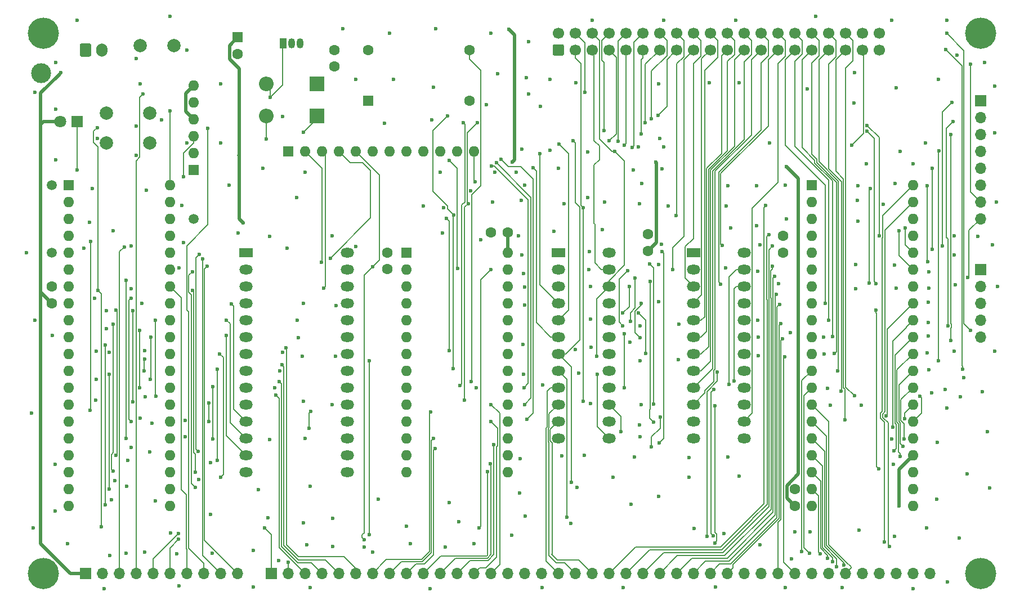
<source format=gbl>
G04 #@! TF.GenerationSoftware,KiCad,Pcbnew,(5.1.10-1-10_14)*
G04 #@! TF.CreationDate,2021-11-19T10:15:32+01:00*
G04 #@! TF.ProjectId,mainboard_v3,6d61696e-626f-4617-9264-5f76332e6b69,rev?*
G04 #@! TF.SameCoordinates,Original*
G04 #@! TF.FileFunction,Copper,L4,Bot*
G04 #@! TF.FilePolarity,Positive*
%FSLAX46Y46*%
G04 Gerber Fmt 4.6, Leading zero omitted, Abs format (unit mm)*
G04 Created by KiCad (PCBNEW (5.1.10-1-10_14)) date 2021-11-19 10:15:32*
%MOMM*%
%LPD*%
G01*
G04 APERTURE LIST*
G04 #@! TA.AperFunction,ComponentPad*
%ADD10O,2.200000X2.200000*%
G04 #@! TD*
G04 #@! TA.AperFunction,ComponentPad*
%ADD11R,2.200000X2.200000*%
G04 #@! TD*
G04 #@! TA.AperFunction,ComponentPad*
%ADD12O,1.700000X1.700000*%
G04 #@! TD*
G04 #@! TA.AperFunction,ComponentPad*
%ADD13R,1.700000X1.700000*%
G04 #@! TD*
G04 #@! TA.AperFunction,ComponentPad*
%ADD14O,1.600000X1.600000*%
G04 #@! TD*
G04 #@! TA.AperFunction,ComponentPad*
%ADD15R,1.600000X1.600000*%
G04 #@! TD*
G04 #@! TA.AperFunction,ComponentPad*
%ADD16O,2.000000X1.440000*%
G04 #@! TD*
G04 #@! TA.AperFunction,ComponentPad*
%ADD17R,2.000000X1.440000*%
G04 #@! TD*
G04 #@! TA.AperFunction,ComponentPad*
%ADD18C,1.500000*%
G04 #@! TD*
G04 #@! TA.AperFunction,ComponentPad*
%ADD19C,1.600000*%
G04 #@! TD*
G04 #@! TA.AperFunction,ComponentPad*
%ADD20C,1.800000*%
G04 #@! TD*
G04 #@! TA.AperFunction,ComponentPad*
%ADD21R,1.800000X1.800000*%
G04 #@! TD*
G04 #@! TA.AperFunction,ComponentPad*
%ADD22O,1.700000X2.000000*%
G04 #@! TD*
G04 #@! TA.AperFunction,ComponentPad*
%ADD23C,2.000000*%
G04 #@! TD*
G04 #@! TA.AperFunction,ComponentPad*
%ADD24C,1.700000*%
G04 #@! TD*
G04 #@! TA.AperFunction,ComponentPad*
%ADD25R,1.050000X1.500000*%
G04 #@! TD*
G04 #@! TA.AperFunction,ComponentPad*
%ADD26O,1.050000X1.500000*%
G04 #@! TD*
G04 #@! TA.AperFunction,ComponentPad*
%ADD27C,3.000000*%
G04 #@! TD*
G04 #@! TA.AperFunction,ComponentPad*
%ADD28C,4.700000*%
G04 #@! TD*
G04 #@! TA.AperFunction,ViaPad*
%ADD29C,0.600000*%
G04 #@! TD*
G04 #@! TA.AperFunction,Conductor*
%ADD30C,0.500000*%
G04 #@! TD*
G04 #@! TA.AperFunction,Conductor*
%ADD31C,0.150000*%
G04 #@! TD*
G04 APERTURE END LIST*
D10*
X75438000Y-73660000D03*
D11*
X83058000Y-73660000D03*
D10*
X75438000Y-78486000D03*
D11*
X83058000Y-78486000D03*
D12*
X182880000Y-111760000D03*
X182880000Y-109220000D03*
X182880000Y-106680000D03*
X182880000Y-104140000D03*
D13*
X182880000Y-101600000D03*
D14*
X106680000Y-83820000D03*
X104140000Y-83820000D03*
X101600000Y-83820000D03*
X99060000Y-83820000D03*
X96520000Y-83820000D03*
X93980000Y-83820000D03*
X91440000Y-83820000D03*
X88900000Y-83820000D03*
X86360000Y-83820000D03*
X83820000Y-83820000D03*
X81280000Y-83820000D03*
D15*
X78740000Y-83820000D03*
D14*
X64516000Y-73914000D03*
X64516000Y-76454000D03*
X64516000Y-78994000D03*
X64516000Y-81534000D03*
X64516000Y-84074000D03*
D15*
X64516000Y-86614000D03*
D16*
X127000000Y-127000000D03*
X119380000Y-127000000D03*
X127000000Y-124460000D03*
X119380000Y-124460000D03*
X127000000Y-121920000D03*
X119380000Y-121920000D03*
X127000000Y-119380000D03*
X119380000Y-119380000D03*
X127000000Y-116840000D03*
X119380000Y-116840000D03*
X127000000Y-114300000D03*
X119380000Y-114300000D03*
X127000000Y-111760000D03*
X119380000Y-111760000D03*
X127000000Y-109220000D03*
X119380000Y-109220000D03*
X127000000Y-106680000D03*
X119380000Y-106680000D03*
X127000000Y-104140000D03*
X119380000Y-104140000D03*
X127000000Y-101600000D03*
X119380000Y-101600000D03*
X127000000Y-99060000D03*
D17*
X119380000Y-99060000D03*
D18*
X64516000Y-93980000D03*
X43180000Y-88900000D03*
X43180000Y-99060000D03*
D14*
X111760000Y-99060000D03*
X96520000Y-132080000D03*
X111760000Y-101600000D03*
X96520000Y-129540000D03*
X111760000Y-104140000D03*
X96520000Y-127000000D03*
X111760000Y-106680000D03*
X96520000Y-124460000D03*
X111760000Y-109220000D03*
X96520000Y-121920000D03*
X111760000Y-111760000D03*
X96520000Y-119380000D03*
X111760000Y-114300000D03*
X96520000Y-116840000D03*
X111760000Y-116840000D03*
X96520000Y-114300000D03*
X111760000Y-119380000D03*
X96520000Y-111760000D03*
X111760000Y-121920000D03*
X96520000Y-109220000D03*
X111760000Y-124460000D03*
X96520000Y-106680000D03*
X111760000Y-127000000D03*
X96520000Y-104140000D03*
X111760000Y-129540000D03*
X96520000Y-101600000D03*
X111760000Y-132080000D03*
D15*
X96520000Y-99060000D03*
D19*
X71120000Y-69175000D03*
D15*
X71120000Y-66675000D03*
D20*
X44450000Y-79375000D03*
D21*
X46990000Y-79375000D03*
D22*
X50760000Y-68580000D03*
G04 #@! TA.AperFunction,ComponentPad*
G36*
G01*
X47410000Y-69330000D02*
X47410000Y-67830000D01*
G75*
G02*
X47660000Y-67580000I250000J0D01*
G01*
X48860000Y-67580000D01*
G75*
G02*
X49110000Y-67830000I0J-250000D01*
G01*
X49110000Y-69330000D01*
G75*
G02*
X48860000Y-69580000I-250000J0D01*
G01*
X47660000Y-69580000D01*
G75*
G02*
X47410000Y-69330000I0J250000D01*
G01*
G37*
G04 #@! TD.AperFunction*
D23*
X56515000Y-67945000D03*
X61595000Y-67945000D03*
D24*
X167640000Y-66040000D03*
X165100000Y-66040000D03*
X162560000Y-66040000D03*
X160020000Y-66040000D03*
X157480000Y-66040000D03*
X154940000Y-66040000D03*
X152400000Y-66040000D03*
X149860000Y-66040000D03*
X147320000Y-66040000D03*
X144780000Y-66040000D03*
X142240000Y-66040000D03*
X139700000Y-66040000D03*
X137160000Y-66040000D03*
X134620000Y-66040000D03*
X132080000Y-66040000D03*
X129540000Y-66040000D03*
X127000000Y-66040000D03*
X124460000Y-66040000D03*
X121920000Y-66040000D03*
X119380000Y-66040000D03*
X167640000Y-68580000D03*
X165100000Y-68580000D03*
X162560000Y-68580000D03*
X160020000Y-68580000D03*
X157480000Y-68580000D03*
X154940000Y-68580000D03*
X152400000Y-68580000D03*
X149860000Y-68580000D03*
X147320000Y-68580000D03*
X144780000Y-68580000D03*
X142240000Y-68580000D03*
X139700000Y-68580000D03*
X137160000Y-68580000D03*
X134620000Y-68580000D03*
X132080000Y-68580000D03*
X129540000Y-68580000D03*
X127000000Y-68580000D03*
X124460000Y-68580000D03*
X121920000Y-68580000D03*
G04 #@! TA.AperFunction,ComponentPad*
G36*
G01*
X119980000Y-69430000D02*
X118780000Y-69430000D01*
G75*
G02*
X118530000Y-69180000I0J250000D01*
G01*
X118530000Y-67980000D01*
G75*
G02*
X118780000Y-67730000I250000J0D01*
G01*
X119980000Y-67730000D01*
G75*
G02*
X120230000Y-67980000I0J-250000D01*
G01*
X120230000Y-69180000D01*
G75*
G02*
X119980000Y-69430000I-250000J0D01*
G01*
G37*
G04 #@! TD.AperFunction*
D14*
X60960000Y-88900000D03*
X45720000Y-137160000D03*
X60960000Y-91440000D03*
X45720000Y-134620000D03*
X60960000Y-93980000D03*
X45720000Y-132080000D03*
X60960000Y-96520000D03*
X45720000Y-129540000D03*
X60960000Y-99060000D03*
X45720000Y-127000000D03*
X60960000Y-101600000D03*
X45720000Y-124460000D03*
X60960000Y-104140000D03*
X45720000Y-121920000D03*
X60960000Y-106680000D03*
X45720000Y-119380000D03*
X60960000Y-109220000D03*
X45720000Y-116840000D03*
X60960000Y-111760000D03*
X45720000Y-114300000D03*
X60960000Y-114300000D03*
X45720000Y-111760000D03*
X60960000Y-116840000D03*
X45720000Y-109220000D03*
X60960000Y-119380000D03*
X45720000Y-106680000D03*
X60960000Y-121920000D03*
X45720000Y-104140000D03*
X60960000Y-124460000D03*
X45720000Y-101600000D03*
X60960000Y-127000000D03*
X45720000Y-99060000D03*
X60960000Y-129540000D03*
X45720000Y-96520000D03*
X60960000Y-132080000D03*
X45720000Y-93980000D03*
X60960000Y-134620000D03*
X45720000Y-91440000D03*
X60960000Y-137160000D03*
D15*
X45720000Y-88900000D03*
D23*
X57935000Y-78105000D03*
X57935000Y-82605000D03*
X51435000Y-78105000D03*
X51435000Y-82605000D03*
D16*
X87630000Y-132080000D03*
X72390000Y-132080000D03*
X87630000Y-129540000D03*
X72390000Y-129540000D03*
X87630000Y-127000000D03*
X72390000Y-127000000D03*
X87630000Y-124460000D03*
X72390000Y-124460000D03*
X87630000Y-121920000D03*
X72390000Y-121920000D03*
X87630000Y-119380000D03*
X72390000Y-119380000D03*
X87630000Y-116840000D03*
X72390000Y-116840000D03*
X87630000Y-114300000D03*
X72390000Y-114300000D03*
X87630000Y-111760000D03*
X72390000Y-111760000D03*
X87630000Y-109220000D03*
X72390000Y-109220000D03*
X87630000Y-106680000D03*
X72390000Y-106680000D03*
X87630000Y-104140000D03*
X72390000Y-104140000D03*
X87630000Y-101600000D03*
X72390000Y-101600000D03*
X87630000Y-99060000D03*
D17*
X72390000Y-99060000D03*
D19*
X43180000Y-104180000D03*
X43180000Y-106680000D03*
X106045000Y-76200000D03*
X106045000Y-68580000D03*
X90805000Y-68580000D03*
D15*
X90805000Y-76200000D03*
D14*
X172720000Y-88900000D03*
X157480000Y-137160000D03*
X172720000Y-91440000D03*
X157480000Y-134620000D03*
X172720000Y-93980000D03*
X157480000Y-132080000D03*
X172720000Y-96520000D03*
X157480000Y-129540000D03*
X172720000Y-99060000D03*
X157480000Y-127000000D03*
X172720000Y-101600000D03*
X157480000Y-124460000D03*
X172720000Y-104140000D03*
X157480000Y-121920000D03*
X172720000Y-106680000D03*
X157480000Y-119380000D03*
X172720000Y-109220000D03*
X157480000Y-116840000D03*
X172720000Y-111760000D03*
X157480000Y-114300000D03*
X172720000Y-114300000D03*
X157480000Y-111760000D03*
X172720000Y-116840000D03*
X157480000Y-109220000D03*
X172720000Y-119380000D03*
X157480000Y-106680000D03*
X172720000Y-121920000D03*
X157480000Y-104140000D03*
X172720000Y-124460000D03*
X157480000Y-101600000D03*
X172720000Y-127000000D03*
X157480000Y-99060000D03*
X172720000Y-129540000D03*
X157480000Y-96520000D03*
X172720000Y-132080000D03*
X157480000Y-93980000D03*
X172720000Y-134620000D03*
X157480000Y-91440000D03*
X172720000Y-137160000D03*
D15*
X157480000Y-88900000D03*
D16*
X147320000Y-127000000D03*
X139700000Y-127000000D03*
X147320000Y-124460000D03*
X139700000Y-124460000D03*
X147320000Y-121920000D03*
X139700000Y-121920000D03*
X147320000Y-119380000D03*
X139700000Y-119380000D03*
X147320000Y-116840000D03*
X139700000Y-116840000D03*
X147320000Y-114300000D03*
X139700000Y-114300000D03*
X147320000Y-111760000D03*
X139700000Y-111760000D03*
X147320000Y-109220000D03*
X139700000Y-109220000D03*
X147320000Y-106680000D03*
X139700000Y-106680000D03*
X147320000Y-104140000D03*
X139700000Y-104140000D03*
X147320000Y-101600000D03*
X139700000Y-101600000D03*
X147320000Y-99060000D03*
D17*
X139700000Y-99060000D03*
D25*
X77978000Y-67564000D03*
D26*
X80518000Y-67564000D03*
X79248000Y-67564000D03*
D27*
X41579800Y-72059800D03*
D12*
X175260000Y-147320000D03*
X172720000Y-147320000D03*
X170180000Y-147320000D03*
X167640000Y-147320000D03*
X165100000Y-147320000D03*
X162560000Y-147320000D03*
X160020000Y-147320000D03*
X157480000Y-147320000D03*
X154940000Y-147320000D03*
X152400000Y-147320000D03*
X149860000Y-147320000D03*
X147320000Y-147320000D03*
X144780000Y-147320000D03*
X142240000Y-147320000D03*
X139700000Y-147320000D03*
X137160000Y-147320000D03*
X134620000Y-147320000D03*
X132080000Y-147320000D03*
X129540000Y-147320000D03*
X127000000Y-147320000D03*
X124460000Y-147320000D03*
X121920000Y-147320000D03*
X119380000Y-147320000D03*
X116840000Y-147320000D03*
X114300000Y-147320000D03*
X111760000Y-147320000D03*
X109220000Y-147320000D03*
X106680000Y-147320000D03*
X104140000Y-147320000D03*
X101600000Y-147320000D03*
X99060000Y-147320000D03*
X96520000Y-147320000D03*
X93980000Y-147320000D03*
X91440000Y-147320000D03*
X88900000Y-147320000D03*
X86360000Y-147320000D03*
X83820000Y-147320000D03*
X81280000Y-147320000D03*
X78740000Y-147320000D03*
D13*
X76200000Y-147320000D03*
D12*
X71120000Y-147320000D03*
X68580000Y-147320000D03*
X66040000Y-147320000D03*
X63500000Y-147320000D03*
X60960000Y-147320000D03*
X58420000Y-147320000D03*
X55880000Y-147320000D03*
X53340000Y-147320000D03*
X50800000Y-147320000D03*
D13*
X48260000Y-147320000D03*
D12*
X182880000Y-93980000D03*
X182880000Y-91440000D03*
X182880000Y-88900000D03*
X182880000Y-86360000D03*
X182880000Y-83820000D03*
X182880000Y-81280000D03*
X182880000Y-78740000D03*
D13*
X182880000Y-76200000D03*
D28*
X182880000Y-147320000D03*
X41910000Y-147320000D03*
X182880000Y-66040000D03*
X41910000Y-66040000D03*
D19*
X154940000Y-134660000D03*
X154940000Y-137160000D03*
X153162000Y-96560000D03*
X153162000Y-99060000D03*
X132842000Y-96306000D03*
X132842000Y-98806000D03*
X109260000Y-96012000D03*
X111760000Y-96012000D03*
X93649800Y-101560000D03*
X93649800Y-99060000D03*
X85725000Y-71080000D03*
X85725000Y-68580000D03*
D29*
X46990000Y-64135000D03*
X43815000Y-70485000D03*
X60960000Y-63500000D03*
X86995000Y-65405000D03*
X100965000Y-65405000D03*
X109220000Y-66040000D03*
X114935000Y-67310000D03*
X124460000Y-64135000D03*
X135255000Y-64135000D03*
X146050000Y-64135000D03*
X158115000Y-63500000D03*
X169545000Y-64135000D03*
X177800000Y-64135000D03*
X183515000Y-70485000D03*
X176530000Y-73025000D03*
X170180000Y-74295000D03*
X170815000Y-83820000D03*
X174625000Y-82550000D03*
X172720000Y-85725000D03*
X165735000Y-85725000D03*
X151130000Y-82550000D03*
X135255000Y-83185000D03*
X134620000Y-81915000D03*
X131445000Y-83185000D03*
X123825000Y-83947000D03*
X118110000Y-73025000D03*
X109855000Y-86995000D03*
X113868200Y-83489800D03*
X113030000Y-86995000D03*
X101600000Y-86995000D03*
X99060000Y-92075000D03*
X81280000Y-86995000D03*
X80010000Y-90805000D03*
X74930000Y-86360000D03*
X77901800Y-78562200D03*
X88900000Y-73025000D03*
X93980000Y-66040000D03*
X94615000Y-73025000D03*
X68580000Y-73660000D03*
X68580000Y-82550000D03*
X63500000Y-82550000D03*
X69850000Y-88900000D03*
X55880000Y-84455000D03*
X55880000Y-80010000D03*
X56515000Y-73660000D03*
X43815000Y-77470000D03*
X43815000Y-85090000D03*
X40640000Y-74930000D03*
X39370000Y-99060000D03*
X40640000Y-109220000D03*
X55880000Y-69850000D03*
X63500000Y-68580000D03*
X108585000Y-76835000D03*
X119380000Y-86360000D03*
X114300000Y-88900000D03*
X126365000Y-91440000D03*
X123825000Y-90805000D03*
X135890000Y-92075000D03*
X134493000Y-100838000D03*
X134493000Y-106426000D03*
X131699000Y-110109000D03*
X130175000Y-112522000D03*
X131699000Y-115316000D03*
X137541000Y-109855000D03*
X137414000Y-115189000D03*
X131826000Y-121920000D03*
X131572000Y-124968000D03*
X131699000Y-126746000D03*
X117017800Y-118948200D03*
X114173000Y-117348000D03*
X114046000Y-112903000D03*
X114300000Y-106934000D03*
X114300000Y-104267000D03*
X114173000Y-102235000D03*
X113919000Y-99441000D03*
X113411000Y-96520000D03*
X118745000Y-95885000D03*
X120269000Y-91694000D03*
X113792000Y-91186000D03*
X109474000Y-91440000D03*
X107696000Y-97155000D03*
X102108000Y-92329000D03*
X106172000Y-89789000D03*
X101981000Y-96139000D03*
X144526000Y-101346000D03*
X152527000Y-103759000D03*
X149479000Y-114554000D03*
X149479000Y-111760000D03*
X149352000Y-109220000D03*
X149352000Y-101854000D03*
X149733000Y-97891600D03*
X149225000Y-94996000D03*
X145288000Y-95377000D03*
X144653000Y-92075000D03*
X144907000Y-89027000D03*
X149225000Y-89027000D03*
X153543000Y-88900000D03*
X153670000Y-93980000D03*
X164465000Y-94361000D03*
X164338000Y-91186000D03*
X164465000Y-89027000D03*
X164084000Y-100838000D03*
X169926000Y-100965000D03*
X164084000Y-104521000D03*
X170180000Y-104394000D03*
X159893000Y-119507000D03*
X160274000Y-122047000D03*
X164973000Y-122047000D03*
X159385000Y-114300000D03*
X159308800Y-111760000D03*
X175006000Y-109601000D03*
X175006000Y-106553000D03*
X175133000Y-101981000D03*
X175133000Y-104394000D03*
X175006000Y-111633000D03*
X174879000Y-114173000D03*
X175133000Y-116713000D03*
X175514000Y-120142000D03*
X177546000Y-119634000D03*
X180340000Y-117856000D03*
X178943000Y-113919000D03*
X179832000Y-120777000D03*
X177800000Y-122428000D03*
X183134000Y-120015000D03*
X185039000Y-113919000D03*
X185420000Y-104140000D03*
X184658000Y-97917000D03*
X182499000Y-96647000D03*
X178943000Y-96520000D03*
X178943000Y-99441000D03*
X179070000Y-103886000D03*
X185293000Y-91440000D03*
X185039000Y-81026000D03*
X185039000Y-74041000D03*
X170053000Y-88646000D03*
X168275000Y-91821000D03*
X179324000Y-69342000D03*
X142113000Y-73533000D03*
X134493000Y-73660000D03*
X122047000Y-73533000D03*
X116713000Y-77089000D03*
X114935000Y-75184000D03*
X110236000Y-72136000D03*
X114554000Y-72771000D03*
X100584000Y-74168000D03*
X100330000Y-79121000D03*
X93218000Y-79629000D03*
X118084600Y-83642200D03*
X135001000Y-86487000D03*
X130683000Y-86614000D03*
X131953000Y-88646000D03*
X131572000Y-91694000D03*
X125984000Y-95631000D03*
X176403000Y-127635000D03*
X176276000Y-136144000D03*
X179705000Y-141986000D03*
X184277000Y-134493000D03*
X183896000Y-125984000D03*
X180848000Y-132334000D03*
X177927000Y-148590000D03*
X174752000Y-140462000D03*
X164592000Y-140843000D03*
X169926000Y-141732000D03*
X157226000Y-141097000D03*
X154940000Y-141097000D03*
X154432000Y-145161000D03*
X149733000Y-143002000D03*
X144272000Y-141351000D03*
X139827000Y-140589000D03*
X121285000Y-139827000D03*
X122174000Y-134366000D03*
X123317000Y-129540000D03*
X130810000Y-129794000D03*
X144907000Y-129794000D03*
X139065000Y-129921000D03*
X139065000Y-132842000D03*
X146558000Y-132715000D03*
X127635000Y-132842000D03*
X130302000Y-136906000D03*
X134493000Y-135763000D03*
X124333000Y-113284000D03*
X124206000Y-109093000D03*
X123952000Y-101600000D03*
X124206000Y-104140000D03*
X124079000Y-98933000D03*
X121920000Y-113665000D03*
X122428000Y-117221000D03*
X124206000Y-121793000D03*
X119888000Y-129667000D03*
X113665000Y-130048000D03*
X113538000Y-135255000D03*
X112395000Y-141605000D03*
X114427000Y-138684000D03*
X102997000Y-136652000D03*
X104394000Y-139573000D03*
X102362000Y-143383000D03*
X106680000Y-142875000D03*
X97155000Y-142875000D03*
X91440000Y-144145000D03*
X92329000Y-136144000D03*
X96520000Y-140208000D03*
X85471000Y-143256000D03*
X81534000Y-143002000D03*
X81026000Y-139700000D03*
X82042000Y-134239000D03*
X85471000Y-139065000D03*
X74295000Y-134747000D03*
X85344000Y-121920000D03*
X90170000Y-143383000D03*
X75692000Y-138938000D03*
X77343000Y-145415000D03*
X169545000Y-127127000D03*
X169799000Y-130937000D03*
X67056000Y-138430000D03*
X65278000Y-133223000D03*
X67056000Y-130683000D03*
X63271400Y-126720600D03*
X76682600Y-119380000D03*
X77876400Y-114096800D03*
X75920600Y-127177800D03*
X77444600Y-116840000D03*
X62357000Y-101346000D03*
X63271400Y-124307600D03*
X58293000Y-124714000D03*
X57277000Y-120777000D03*
X56515000Y-123952000D03*
X55118000Y-128397000D03*
X54610000Y-130302000D03*
X52705000Y-133350000D03*
X52197000Y-136271000D03*
X49784000Y-121285000D03*
X49911000Y-118110000D03*
X49911000Y-113919000D03*
X51816000Y-114046000D03*
X51435000Y-110490000D03*
X51435000Y-107823000D03*
X49657000Y-105918000D03*
X55118000Y-104521000D03*
X56769000Y-106680000D03*
X57150000Y-113792000D03*
X73533000Y-143891000D03*
X67310000Y-144272000D03*
X61976000Y-144399000D03*
X61087000Y-141224000D03*
X57150000Y-144145000D03*
X54356000Y-144272000D03*
X51943000Y-144653000D03*
X45593000Y-142875000D03*
X43688000Y-137922000D03*
X51054000Y-149606000D03*
X62357000Y-149225000D03*
X73533000Y-149352000D03*
X82042000Y-149479000D03*
X100076000Y-149606000D03*
X116967000Y-149479000D03*
X129159000Y-149479000D03*
X143002000Y-149352000D03*
X153543000Y-149479000D03*
X162052000Y-149479000D03*
X172720000Y-149606000D03*
X58801000Y-136398000D03*
X54483000Y-134239000D03*
X57912000Y-129032000D03*
X40386000Y-140462000D03*
X40132000Y-123190000D03*
X43307000Y-111506000D03*
X43688000Y-130937000D03*
X78613000Y-98425000D03*
X85344000Y-96520000D03*
X88900000Y-98171000D03*
X75946000Y-96647000D03*
X71247000Y-96139000D03*
X62738000Y-91948000D03*
X62992000Y-97536000D03*
X55118000Y-98044000D03*
X48006000Y-98425000D03*
X57404000Y-89662000D03*
X48895000Y-94488000D03*
X49276000Y-89408000D03*
X50038000Y-81915000D03*
X59690000Y-79121000D03*
X52451000Y-95758000D03*
X107061000Y-119354600D03*
X80137000Y-109220000D03*
X80264000Y-111887000D03*
X85852000Y-114681000D03*
X80899000Y-114681000D03*
X81026000Y-121412000D03*
X81280000Y-127000000D03*
X81026000Y-106680000D03*
X85979000Y-107061000D03*
X163957000Y-72009000D03*
X163830000Y-76581000D03*
X156845000Y-74422000D03*
X146558000Y-73533000D03*
X134874000Y-97790000D03*
X154305000Y-111099600D03*
X153670000Y-86106000D03*
X170611800Y-137160000D03*
X71374000Y-84505800D03*
X111912400Y-65430400D03*
X112471200Y-85420200D03*
X72009000Y-94627220D03*
X134035800Y-85420198D03*
X155498800Y-99110800D03*
X44551598Y-72009000D03*
X54076600Y-98196400D03*
X123155038Y-121421562D03*
X123155038Y-92316779D03*
X128768999Y-125974999D03*
X125145800Y-114630200D03*
X62280800Y-142189200D03*
X90932000Y-115316000D03*
X90932000Y-141478024D03*
X127853856Y-83828390D03*
X62280800Y-141300200D03*
X109220000Y-101600000D03*
X107442000Y-140462000D03*
X104216200Y-101447600D03*
X102958900Y-85178900D03*
X128342563Y-82269989D03*
X83769316Y-100528795D03*
X66566843Y-101074990D03*
X114655600Y-124104400D03*
X110767758Y-84995919D03*
X114300000Y-121920000D03*
X110053747Y-85526253D03*
X114223802Y-119380000D03*
X109348678Y-86010699D03*
X120700800Y-138836400D03*
X142925800Y-142748000D03*
X142925800Y-122097800D03*
X142671800Y-141630400D03*
X142791278Y-119677278D03*
X141732000Y-141757400D03*
X143302011Y-117047989D03*
X167538400Y-131546600D03*
X167139600Y-107669989D03*
X173714235Y-120654755D03*
X163885012Y-120594988D03*
X109220000Y-121920000D03*
X171424600Y-124079000D03*
X162458400Y-124256800D03*
X66802000Y-121666000D03*
X66801996Y-124460000D03*
X109220000Y-124460000D03*
X171348400Y-127076200D03*
X161933390Y-119862600D03*
X67437000Y-127127000D03*
X67437000Y-119253000D03*
X109626977Y-127914977D03*
X161425390Y-116865400D03*
X68072000Y-116586008D03*
X68072000Y-130301998D03*
X171246800Y-128219200D03*
X109106179Y-130865012D03*
X160887200Y-114249200D03*
X68452996Y-114300000D03*
X68580000Y-132842000D03*
X170764734Y-129719069D03*
X108694990Y-132029200D03*
X169851696Y-128871826D03*
X160587190Y-111709200D03*
X69469000Y-111506000D03*
X100872401Y-128514999D03*
X169646600Y-125323600D03*
X160020000Y-109245400D03*
X69469000Y-109220000D03*
X100634800Y-127000000D03*
X168659069Y-123608609D03*
X159494990Y-106654600D03*
X70231000Y-106807000D03*
X100157660Y-123068460D03*
X133397726Y-128287010D03*
X134721600Y-123799600D03*
X134950200Y-98882200D03*
X134518402Y-127711200D03*
X144043400Y-97993200D03*
X65379598Y-99288600D03*
X65176398Y-128930400D03*
X133172200Y-103428800D03*
X133673907Y-124551321D03*
X143814800Y-103784400D03*
X64770000Y-132080054D03*
X64325021Y-104749600D03*
X133070600Y-100736400D03*
X133719859Y-121859978D03*
X64770084Y-134340600D03*
X64321190Y-101930200D03*
X51206400Y-137033000D03*
X51206400Y-112979200D03*
X129336800Y-119430800D03*
X129311400Y-111234990D03*
X51790600Y-134645400D03*
X51790600Y-117373400D03*
X52425600Y-131953000D03*
X52425600Y-109855000D03*
X132486400Y-114249200D03*
X131414614Y-108150020D03*
X131699000Y-111887000D03*
X52814990Y-129540000D03*
X52814990Y-107721400D03*
X131798902Y-106662992D03*
X54381400Y-127000000D03*
X54381400Y-103225600D03*
X130924093Y-102903790D03*
X130189738Y-109389204D03*
X55092600Y-124434600D03*
X55092600Y-105918000D03*
X130022600Y-104114600D03*
X55354990Y-121529646D03*
X55354990Y-107761079D03*
X129046199Y-108150020D03*
X56438800Y-119354600D03*
X56438800Y-110744000D03*
X129812981Y-101786190D03*
X136550400Y-101600000D03*
X129057398Y-110058200D03*
X57099200Y-116840000D03*
X57175400Y-115036598D03*
X137058400Y-93522800D03*
X170586400Y-95783400D03*
X78415010Y-113354990D03*
X102971600Y-113842800D03*
X102565200Y-93903800D03*
X171521411Y-95346811D03*
X77780010Y-115894990D03*
X103581200Y-116509800D03*
X134366000Y-78409800D03*
X103614990Y-93378790D03*
X102692200Y-78511400D03*
X58089800Y-111760000D03*
X58039000Y-118160800D03*
X105105200Y-79476600D03*
X167614600Y-96494600D03*
X77399010Y-118434990D03*
X104571800Y-119075200D03*
X133375400Y-78943200D03*
X165777410Y-79908400D03*
X58775600Y-109220000D03*
X58826400Y-120624600D03*
X76881009Y-120476991D03*
X105283000Y-121259600D03*
X132461000Y-79501998D03*
X107179991Y-79476600D03*
X105824790Y-91707058D03*
X167182800Y-103708200D03*
X60960000Y-77718539D03*
X165777410Y-80806484D03*
X76072998Y-75717402D03*
X50673000Y-140335000D03*
X50165000Y-104724200D03*
X75184000Y-140462000D03*
X131800600Y-81229200D03*
X50038000Y-80264004D03*
X78714600Y-145618200D03*
X90170000Y-142240000D03*
X91440000Y-101219000D03*
X130482621Y-83264256D03*
X145034000Y-118854990D03*
X145796000Y-118364000D03*
X65892403Y-99969599D03*
X85089982Y-99898200D03*
X129257661Y-82902661D03*
X119442105Y-82700186D03*
X62991980Y-87630020D03*
X75488800Y-81991200D03*
X115544600Y-86283800D03*
X121361200Y-133578600D03*
X84074000Y-104394000D03*
X127000000Y-82245200D03*
X121628762Y-82237770D03*
X48996600Y-97383600D03*
X48971200Y-122758200D03*
X81915000Y-125476000D03*
X82169000Y-122918990D03*
X181330600Y-70688200D03*
X166166800Y-103657400D03*
X166332379Y-89458800D03*
X174879000Y-89027000D03*
X174955200Y-100457000D03*
X175615600Y-86410800D03*
X175615600Y-98526600D03*
X178536600Y-76454000D03*
X177114200Y-98070011D03*
X177673000Y-68529200D03*
X180153810Y-116573300D03*
X177774600Y-66090800D03*
X181356000Y-110744000D03*
X180913546Y-102828030D03*
X158794914Y-144382677D03*
X159843063Y-145006546D03*
X160663390Y-145541944D03*
X161213800Y-146354800D03*
X162335814Y-146039464D03*
X157149800Y-144297400D03*
X155981400Y-144043400D03*
X153394698Y-114731800D03*
X153094687Y-112014000D03*
X169214800Y-143230600D03*
X168402000Y-142595600D03*
X152794676Y-109719991D03*
X152628600Y-106857800D03*
X152169178Y-105316790D03*
X151894643Y-102589989D03*
X151594632Y-101142800D03*
X151561800Y-98094800D03*
X151028400Y-96342200D03*
X150565648Y-91962262D03*
X46990000Y-86614000D03*
X56896000Y-75184000D03*
X123367800Y-74929998D03*
X126246399Y-80660639D03*
X66665999Y-80400001D03*
X81046611Y-80919611D03*
X176589190Y-83769200D03*
X176555400Y-115316000D03*
X178384200Y-81280000D03*
X178384200Y-112318800D03*
X178739800Y-79324200D03*
X177944002Y-110091998D03*
X106299000Y-118465600D03*
X125222000Y-117398800D03*
X163474400Y-82880200D03*
X116560598Y-84201000D03*
X106825223Y-88409010D03*
D30*
X170611800Y-131648200D02*
X172720000Y-129540000D01*
X170611800Y-137160000D02*
X170611800Y-131648200D01*
X41529000Y-105029000D02*
X43180000Y-106680000D01*
X71297800Y-84429600D02*
X71374000Y-84505800D01*
X45980002Y-147320000D02*
X48260000Y-147320000D01*
X41529000Y-142868998D02*
X45980002Y-147320000D01*
X41529000Y-105029000D02*
X41529000Y-142868998D01*
X155498800Y-87934800D02*
X153670000Y-86106000D01*
X153739999Y-134131199D02*
X155498800Y-132372398D01*
X155498800Y-132372398D02*
X155498800Y-87934800D01*
X153739999Y-135959999D02*
X153739999Y-134131199D01*
X154940000Y-137160000D02*
X153739999Y-135959999D01*
X71374000Y-93992220D02*
X72009000Y-94627220D01*
X41910000Y-79375000D02*
X41529000Y-79756000D01*
X44450000Y-79375000D02*
X41910000Y-79375000D01*
X41529000Y-79756000D02*
X41529000Y-105029000D01*
X71374000Y-89662000D02*
X71374000Y-93992220D01*
X111760000Y-99060000D02*
X111760000Y-96012000D01*
X134112000Y-97536000D02*
X134112000Y-85496398D01*
X134112000Y-85496398D02*
X134035800Y-85420198D01*
X132842000Y-98806000D02*
X134112000Y-97536000D01*
X112771199Y-85120201D02*
X112471200Y-85420200D01*
X111912400Y-65430400D02*
X112771199Y-66289199D01*
X112771199Y-66289199D02*
X112771199Y-85120201D01*
X71120000Y-66675000D02*
X69919999Y-67875001D01*
X69919999Y-69919999D02*
X71374000Y-71374000D01*
X69919999Y-67875001D02*
X69919999Y-69919999D01*
X71374000Y-84505800D02*
X71374000Y-71374000D01*
X41529000Y-79756000D02*
X41529000Y-75031598D01*
X41529000Y-75031598D02*
X44251599Y-72308999D01*
X63315999Y-77793999D02*
X64516000Y-78994000D01*
X63315999Y-75114001D02*
X63315999Y-77793999D01*
X64516000Y-73914000D02*
X63315999Y-75114001D01*
X44251599Y-72308999D02*
X44551598Y-72009000D01*
X71374000Y-84505800D02*
X71374000Y-89662000D01*
D31*
X53340000Y-98933000D02*
X54076600Y-98196400D01*
X53340000Y-147320000D02*
X53340000Y-98933000D01*
X123155038Y-92316779D02*
X123155038Y-121421562D01*
X128768999Y-123688999D02*
X128768999Y-125974999D01*
X127000000Y-121920000D02*
X128768999Y-123688999D01*
X121920000Y-68580000D02*
X121920000Y-69782081D01*
X122766598Y-70628679D02*
X122766598Y-91928339D01*
X122855039Y-92016780D02*
X123155038Y-92316779D01*
X121920000Y-69782081D02*
X122766598Y-70628679D01*
X122766598Y-91928339D02*
X122855039Y-92016780D01*
X125145800Y-105994200D02*
X127000000Y-104140000D01*
X125145800Y-114630200D02*
X125145800Y-105994200D01*
X60960000Y-143510000D02*
X62280800Y-142189200D01*
X60960000Y-147320000D02*
X60960000Y-143510000D01*
X90932000Y-115316000D02*
X90932000Y-141478024D01*
X127000000Y-103270000D02*
X129295001Y-100974999D01*
X127429592Y-83828390D02*
X127853856Y-83828390D01*
X124460000Y-66040000D02*
X125535001Y-67115001D01*
X127000000Y-104140000D02*
X127000000Y-103270000D01*
X129295001Y-100974999D02*
X129295001Y-85269535D01*
X129295001Y-85269535D02*
X127853856Y-83828390D01*
X125535001Y-81933799D02*
X127429592Y-83828390D01*
X125535001Y-67115001D02*
X125535001Y-81933799D01*
X58420000Y-145161000D02*
X62280800Y-141300200D01*
X58420000Y-147320000D02*
X58420000Y-145161000D01*
X107696000Y-140208000D02*
X107442000Y-140462000D01*
X109220000Y-101600000D02*
X107696000Y-103124000D01*
X124760010Y-82213610D02*
X124760010Y-68580000D01*
X124744999Y-94677799D02*
X124744999Y-85867999D01*
X125850000Y-101600000D02*
X124858001Y-100608001D01*
X125535001Y-85077997D02*
X125535001Y-82988601D01*
X125535001Y-82988601D02*
X124760010Y-82213610D01*
X124858001Y-94790801D02*
X124744999Y-94677799D01*
X127000000Y-101600000D02*
X125850000Y-101600000D01*
X124744999Y-85867999D02*
X125535001Y-85077997D01*
X124858001Y-100608001D02*
X124858001Y-94790801D01*
X104140000Y-101371400D02*
X104216200Y-101447600D01*
X107696000Y-103124000D02*
X107696000Y-140208000D01*
X104140000Y-86360000D02*
X104140000Y-86690200D01*
X102958900Y-85178900D02*
X104140000Y-86360000D01*
X104140000Y-86690200D02*
X104140000Y-101371400D01*
X83820000Y-100478111D02*
X83769316Y-100528795D01*
X71120000Y-147320000D02*
X66149998Y-142349998D01*
X66149998Y-101491835D02*
X66566843Y-101074990D01*
X66149998Y-142349998D02*
X66149998Y-101491835D01*
X129540000Y-66040000D02*
X128375012Y-67204988D01*
X128375012Y-82237540D02*
X128342563Y-82269989D01*
X128375012Y-67204988D02*
X128375012Y-82237540D01*
X83820000Y-86360000D02*
X83820000Y-86563200D01*
X81280000Y-83820000D02*
X83820000Y-86360000D01*
X83820000Y-86563200D02*
X83820000Y-100478111D01*
X124460000Y-147320000D02*
X122478800Y-145338800D01*
X122478800Y-145338800D02*
X119253000Y-145338800D01*
X119253000Y-145338800D02*
X118364000Y-144449800D01*
X118154990Y-125685010D02*
X119380000Y-124460000D01*
X118364000Y-144449800D02*
X118440200Y-144373600D01*
X118154990Y-127391435D02*
X118154990Y-125685010D01*
X118440200Y-127676645D02*
X118154990Y-127391435D01*
X118440200Y-144373600D02*
X118440200Y-127676645D01*
X111882628Y-86110789D02*
X110767758Y-84995919D01*
X115585820Y-87965663D02*
X113730946Y-86110789D01*
X115585820Y-123174180D02*
X115585820Y-87965663D01*
X114655600Y-124104400D02*
X115585820Y-123174180D01*
X113730946Y-86110789D02*
X111882628Y-86110789D01*
X117983000Y-125432721D02*
X117983000Y-123317000D01*
X117983000Y-144594678D02*
X117983000Y-127643724D01*
X117983000Y-123317000D02*
X119380000Y-121920000D01*
X120289609Y-145689609D02*
X119077931Y-145689609D01*
X117854979Y-125560742D02*
X117983000Y-125432721D01*
X117983000Y-127643724D02*
X117854979Y-127515703D01*
X117854979Y-127515703D02*
X117854979Y-125560742D01*
X121920000Y-147320000D02*
X120289609Y-145689609D01*
X119077931Y-145689609D02*
X117983000Y-144594678D01*
X115285809Y-120934191D02*
X115285809Y-90758315D01*
X114300000Y-121920000D02*
X115285809Y-120934191D01*
X115285809Y-90758315D02*
X110053747Y-85526253D01*
X117682989Y-121897332D02*
X117708389Y-121871932D01*
X117708389Y-119901611D02*
X118230000Y-119380000D01*
X119380000Y-147320000D02*
X117554968Y-145494968D01*
X117554968Y-145494968D02*
X117554968Y-125436474D01*
X117554968Y-125436474D02*
X117682989Y-125308453D01*
X117682989Y-125308453D02*
X117682989Y-121897332D01*
X117708389Y-121871932D02*
X117708389Y-119901611D01*
X118230000Y-119380000D02*
X119380000Y-119380000D01*
X109772942Y-86010699D02*
X109348678Y-86010699D01*
X114223802Y-119380000D02*
X114858800Y-118745002D01*
X114858800Y-118745002D02*
X114858800Y-91096557D01*
X114858800Y-91096557D02*
X109772942Y-86010699D01*
X120700800Y-118160800D02*
X119380000Y-116840000D01*
X120700800Y-138836400D02*
X120700800Y-118160800D01*
X142925800Y-142748000D02*
X143225799Y-142448001D01*
X143225799Y-141432797D02*
X142925800Y-141132798D01*
X143225799Y-142448001D02*
X143225799Y-141432797D01*
X142925800Y-141132798D02*
X142925800Y-122097800D01*
X142371801Y-120096755D02*
X142371801Y-141330401D01*
X142371801Y-141330401D02*
X142671800Y-141630400D01*
X142791278Y-119677278D02*
X142371801Y-120096755D01*
X141732000Y-141757400D02*
X141732000Y-119959554D01*
X141732000Y-119959554D02*
X143302011Y-118389543D01*
X143302011Y-118389543D02*
X143302011Y-117047989D01*
X167238401Y-108193054D02*
X167139600Y-108094253D01*
X167139600Y-108094253D02*
X167139600Y-107669989D01*
X167238401Y-131246601D02*
X167238401Y-108193054D01*
X167538400Y-131546600D02*
X167238401Y-131246601D01*
X174014234Y-120954754D02*
X173714235Y-120654755D01*
X172720000Y-124460000D02*
X174014234Y-123165766D01*
X174014234Y-123165766D02*
X174014234Y-120954754D01*
X162560000Y-119269976D02*
X163885012Y-120594988D01*
X109220000Y-147320000D02*
X110545012Y-145994988D01*
X110545012Y-145994988D02*
X110545012Y-123245012D01*
X110545012Y-123245012D02*
X109220000Y-121920000D01*
X163635001Y-70197399D02*
X162560000Y-71272400D01*
X163635001Y-67115001D02*
X163635001Y-70197399D01*
X162560000Y-66040000D02*
X163635001Y-67115001D01*
X162560000Y-71272400D02*
X162560000Y-119269976D01*
X171424600Y-123215400D02*
X171424600Y-124079000D01*
X172720000Y-121920000D02*
X171424600Y-123215400D01*
X161095001Y-86774601D02*
X162259989Y-87939589D01*
X162458400Y-119592654D02*
X162458400Y-124256800D01*
X162259989Y-87939589D02*
X162259989Y-119394244D01*
X162259989Y-119394244D02*
X162458400Y-119592654D01*
X66802000Y-121666000D02*
X66802000Y-124459996D01*
X66802000Y-124459996D02*
X66801996Y-124460000D01*
X106680000Y-147320000D02*
X107529999Y-146470001D01*
X107529999Y-146470001D02*
X108505557Y-146470001D01*
X110245001Y-128073957D02*
X110245001Y-125485001D01*
X110058200Y-128260758D02*
X110245001Y-128073957D01*
X110245001Y-125485001D02*
X109220000Y-124460000D01*
X110058200Y-144917358D02*
X110058200Y-128260758D01*
X108505557Y-146470001D02*
X110058200Y-144917358D01*
X161095001Y-70044999D02*
X162560000Y-68580000D01*
X161095001Y-86774601D02*
X161095001Y-70044999D01*
X172720000Y-119380000D02*
X170899598Y-121200402D01*
X171348400Y-124779804D02*
X171348400Y-127076200D01*
X170899598Y-121200402D02*
X170899598Y-124331002D01*
X170899598Y-124331002D02*
X171348400Y-124779804D01*
X161950400Y-88366600D02*
X161950400Y-119845590D01*
X160020000Y-86436200D02*
X161950400Y-88366600D01*
X161950400Y-119845590D02*
X161933390Y-119862600D01*
X67437000Y-127127000D02*
X67437000Y-119253000D01*
X104140000Y-147320000D02*
X106100591Y-145359409D01*
X108767593Y-145359409D02*
X109631189Y-144495813D01*
X109631189Y-144495813D02*
X109631189Y-127919189D01*
X106100591Y-145359409D02*
X108767593Y-145359409D01*
X109631189Y-127919189D02*
X109626977Y-127914977D01*
X161095001Y-69613199D02*
X160020000Y-70688200D01*
X161095001Y-67115001D02*
X161095001Y-69613199D01*
X160020000Y-66040000D02*
X161095001Y-67115001D01*
X160020000Y-70688200D02*
X160020000Y-86436200D01*
X161493200Y-88333678D02*
X161493200Y-116797590D01*
X161493200Y-116797590D02*
X161425390Y-116865400D01*
X158555001Y-85395479D02*
X161493200Y-88333678D01*
X68072000Y-116586008D02*
X68072000Y-130301998D01*
X170823398Y-124679080D02*
X170823398Y-127795798D01*
X170823398Y-127795798D02*
X171246800Y-128219200D01*
X170599587Y-124455270D02*
X170823398Y-124679080D01*
X170599587Y-118960413D02*
X170599587Y-124455270D01*
X172720000Y-116840000D02*
X170599587Y-118960413D01*
X109220000Y-130978833D02*
X109106179Y-130865012D01*
X109220000Y-144482724D02*
X109220000Y-130978833D01*
X108694124Y-145008600D02*
X109220000Y-144482724D01*
X103911400Y-145008600D02*
X108694124Y-145008600D01*
X101600000Y-147320000D02*
X103911400Y-145008600D01*
X158555001Y-70044999D02*
X160020000Y-68580000D01*
X158555001Y-85395479D02*
X158555001Y-70044999D01*
X161187199Y-88451956D02*
X161187199Y-113949201D01*
X158254990Y-85034312D02*
X158254990Y-85519747D01*
X158254990Y-85519747D02*
X161187199Y-88451956D01*
X157480000Y-84259322D02*
X158254990Y-85034312D01*
X161187199Y-113949201D02*
X160887200Y-114249200D01*
X68452996Y-114300000D02*
X69007005Y-114854009D01*
X69007005Y-114854009D02*
X69007005Y-132414995D01*
X69007005Y-132414995D02*
X68580000Y-132842000D01*
X170299576Y-124579538D02*
X170523387Y-124803349D01*
X170764734Y-129294805D02*
X170764734Y-129719069D01*
X170523387Y-124803349D02*
X170523387Y-129053458D01*
X172720000Y-114300000D02*
X170299576Y-116720424D01*
X170299576Y-116720424D02*
X170299576Y-124579538D01*
X170523387Y-129053458D02*
X170764734Y-129294805D01*
X101676200Y-144703800D02*
X108574646Y-144703800D01*
X99060000Y-147320000D02*
X101676200Y-144703800D01*
X108694990Y-144583456D02*
X108694990Y-132029200D01*
X108574646Y-144703800D02*
X108694990Y-144583456D01*
X158555001Y-67115001D02*
X158555001Y-69460799D01*
X158555001Y-69460799D02*
X157480000Y-70535800D01*
X157480000Y-66040000D02*
X158555001Y-67115001D01*
X157480000Y-70535800D02*
X157480000Y-84259322D01*
X169999565Y-124703806D02*
X170179034Y-124883274D01*
X170179034Y-124883274D02*
X170179034Y-128544488D01*
X172720000Y-111760000D02*
X169999565Y-114480435D01*
X169999565Y-114480435D02*
X169999565Y-124703806D01*
X170179034Y-128544488D02*
X169851696Y-128871826D01*
X157954979Y-85158579D02*
X157954979Y-85644015D01*
X156015001Y-83218601D02*
X157954979Y-85158579D01*
X157954979Y-85644015D02*
X160587190Y-88276226D01*
X160587190Y-88276226D02*
X160587190Y-111709200D01*
X69469000Y-126619000D02*
X72390000Y-129540000D01*
X69469000Y-111506000D02*
X69469000Y-126619000D01*
X100574999Y-144527480D02*
X100574999Y-128812401D01*
X97972589Y-145867411D02*
X99235068Y-145867411D01*
X96520000Y-147320000D02*
X97972589Y-145867411D01*
X99235068Y-145867411D02*
X100574999Y-144527480D01*
X100574999Y-128812401D02*
X100872401Y-128514999D01*
X156015001Y-70044999D02*
X157480000Y-68580000D01*
X156015001Y-83218601D02*
X156015001Y-70044999D01*
X172720000Y-109220000D02*
X171694999Y-110245001D01*
X171694999Y-110245001D02*
X171694999Y-110346601D01*
X169646600Y-112395000D02*
X169646600Y-125323600D01*
X171694999Y-110346601D02*
X169646600Y-112395000D01*
X160020000Y-88133315D02*
X160020000Y-109245400D01*
X154940000Y-83053316D02*
X160020000Y-88133315D01*
X70022999Y-124632999D02*
X72390000Y-127000000D01*
X70022999Y-109773999D02*
X70022999Y-124632999D01*
X69469000Y-109220000D02*
X70022999Y-109773999D01*
X100274411Y-144193068D02*
X100274411Y-127360389D01*
X93980000Y-147320000D02*
X95732600Y-145567400D01*
X100274411Y-127360389D02*
X100634800Y-127000000D01*
X95732600Y-145567400D02*
X98900079Y-145567400D01*
X98900079Y-145567400D02*
X100274411Y-144193068D01*
X156015001Y-69206799D02*
X154940000Y-70281800D01*
X156015001Y-67115001D02*
X156015001Y-69206799D01*
X154940000Y-66040000D02*
X156015001Y-67115001D01*
X154940000Y-70281800D02*
X154940000Y-83053316D01*
X168816098Y-123451580D02*
X168659069Y-123608609D01*
X168816098Y-110583902D02*
X168816098Y-123451580D01*
X172720000Y-106680000D02*
X168816098Y-110583902D01*
X159494990Y-88909988D02*
X159494990Y-106654600D01*
X153475001Y-82889999D02*
X159494990Y-88909988D01*
X70530999Y-122600999D02*
X72390000Y-124460000D01*
X70530999Y-107106999D02*
X70530999Y-122600999D01*
X70231000Y-106807000D02*
X70530999Y-107106999D01*
X99974400Y-144068800D02*
X99974400Y-123251720D01*
X98806000Y-145237200D02*
X99974400Y-144068800D01*
X91440000Y-147320000D02*
X93522800Y-145237200D01*
X93522800Y-145237200D02*
X98806000Y-145237200D01*
X99974400Y-123251720D02*
X100157660Y-123068460D01*
X153475001Y-70044999D02*
X154940000Y-68580000D01*
X153475001Y-82889999D02*
X153475001Y-70044999D01*
X148545010Y-92348590D02*
X148545010Y-123234990D01*
X148545010Y-123234990D02*
X147320000Y-124460000D01*
X152400000Y-88493600D02*
X148545010Y-92348590D01*
X133397726Y-128287010D02*
X133397726Y-126786727D01*
X134721600Y-125462853D02*
X134721600Y-123799600D01*
X133397726Y-126786727D02*
X134721600Y-125462853D01*
X153475001Y-67115001D02*
X153475001Y-69536999D01*
X152400000Y-66040000D02*
X153475001Y-67115001D01*
X153475001Y-69536999D02*
X152400000Y-70612000D01*
X152400000Y-70612000D02*
X152400000Y-88493600D01*
X150935001Y-79997997D02*
X143814800Y-87118198D01*
X143814800Y-97764600D02*
X144043400Y-97993200D01*
X143814800Y-87118198D02*
X143814800Y-97764600D01*
X135250199Y-126979403D02*
X134518402Y-127711200D01*
X135250199Y-99182199D02*
X135250199Y-126979403D01*
X134950200Y-98882200D02*
X135250199Y-99182199D01*
X150935001Y-70044999D02*
X152400000Y-68580000D01*
X150935001Y-79997997D02*
X150935001Y-70044999D01*
X64850022Y-99818176D02*
X64850022Y-128604024D01*
X64850022Y-128604024D02*
X65176398Y-128930400D01*
X65379598Y-99288600D02*
X64850022Y-99818176D01*
X133089408Y-123966822D02*
X133673907Y-124551321D01*
X133089408Y-122680167D02*
X133089408Y-123966822D01*
X133172200Y-122597375D02*
X133089408Y-122680167D01*
X133172200Y-103428800D02*
X133172200Y-122597375D01*
X143514789Y-103484389D02*
X143814800Y-103784400D01*
X143514789Y-86993930D02*
X143514789Y-103484389D01*
X149860000Y-80648719D02*
X143514789Y-86993930D01*
X150935001Y-69435399D02*
X149860000Y-70510400D01*
X150935001Y-67115001D02*
X150935001Y-69435399D01*
X149860000Y-66040000D02*
X150935001Y-67115001D01*
X149860000Y-70510400D02*
X149860000Y-80648719D01*
X64770000Y-129351802D02*
X64546189Y-129127991D01*
X64546189Y-104970768D02*
X64325021Y-104749600D01*
X64770000Y-132080054D02*
X64770000Y-129351802D01*
X64546189Y-129127991D02*
X64546189Y-104970768D01*
X133070600Y-100736400D02*
X133719859Y-101385659D01*
X133719859Y-101385659D02*
X133719859Y-121859978D01*
X64198988Y-105404400D02*
X63800011Y-105005423D01*
X64770084Y-134340600D02*
X64198988Y-133769504D01*
X64198988Y-133769504D02*
X64198988Y-105404400D01*
X63800011Y-105005423D02*
X63800011Y-102451379D01*
X63800011Y-102451379D02*
X64321190Y-101930200D01*
X148395001Y-70044999D02*
X148395001Y-81388442D01*
X142777010Y-116795988D02*
X142777010Y-118490265D01*
X149860000Y-68580000D02*
X148395001Y-70044999D01*
X141431989Y-119835286D02*
X141431989Y-120188011D01*
X148395001Y-81388442D02*
X142951200Y-86832243D01*
X142777010Y-118490265D02*
X141431989Y-119835286D01*
X142951200Y-116621798D02*
X142777010Y-116795988D01*
X142951200Y-86832243D02*
X142951200Y-116621798D01*
X141431989Y-120188011D02*
X139700000Y-121920000D01*
X51206400Y-137033000D02*
X51206400Y-112979200D01*
X129336800Y-111260390D02*
X129311400Y-111234990D01*
X129336800Y-119430800D02*
X129336800Y-111260390D01*
X142574989Y-86784175D02*
X142574989Y-116505011D01*
X147320000Y-82039164D02*
X142574989Y-86784175D01*
X142574989Y-116505011D02*
X139700000Y-119380000D01*
X148395001Y-67115001D02*
X148395001Y-69282999D01*
X148395001Y-69282999D02*
X147320000Y-70358000D01*
X147320000Y-70358000D02*
X147320000Y-82039164D01*
X147320000Y-66040000D02*
X148395001Y-67115001D01*
X51790600Y-134645400D02*
X51790600Y-117373400D01*
X142274978Y-115415022D02*
X140850000Y-116840000D01*
X145855001Y-83079884D02*
X142274978Y-86659907D01*
X140850000Y-116840000D02*
X139700000Y-116840000D01*
X142274978Y-86659907D02*
X142274978Y-115415022D01*
X145855001Y-70044999D02*
X147320000Y-68580000D01*
X145855001Y-83079884D02*
X145855001Y-70044999D01*
X52125601Y-131653001D02*
X52125601Y-129452387D01*
X52425600Y-131953000D02*
X52125601Y-131653001D01*
X52125601Y-129452387D02*
X52425600Y-129152388D01*
X52425600Y-129152388D02*
X52425600Y-109855000D01*
X132486400Y-114249200D02*
X132486400Y-109221806D01*
X132486400Y-109221806D02*
X131414614Y-108150020D01*
X144780000Y-83730606D02*
X141974967Y-86535639D01*
X140850000Y-114300000D02*
X139700000Y-114300000D01*
X141974967Y-113175033D02*
X140850000Y-114300000D01*
X141974967Y-86535639D02*
X141974967Y-113175033D01*
X144780000Y-66040000D02*
X145855001Y-67115001D01*
X145855001Y-69232199D02*
X144780000Y-70307200D01*
X144780000Y-70307200D02*
X144780000Y-83730606D01*
X145855001Y-67115001D02*
X145855001Y-69232199D01*
X53039989Y-107946399D02*
X52814990Y-107721400D01*
X52814990Y-129540000D02*
X53039989Y-129315001D01*
X53039989Y-129315001D02*
X53039989Y-107946399D01*
X131699000Y-111887000D02*
X130889612Y-111077612D01*
X130889612Y-111077612D02*
X130889612Y-107852772D01*
X130889612Y-107852772D02*
X131798902Y-106943482D01*
X131798902Y-106943482D02*
X131798902Y-106662992D01*
X141674956Y-86411371D02*
X143930001Y-84156326D01*
X139700000Y-111760000D02*
X140850000Y-111760000D01*
X140850000Y-111760000D02*
X141674956Y-110935044D01*
X141674956Y-110935044D02*
X141674956Y-86411371D01*
X143930001Y-84156326D02*
X143930001Y-69429999D01*
X143930001Y-69429999D02*
X144780000Y-68580000D01*
X54381400Y-127000000D02*
X54381400Y-103225600D01*
X130924093Y-107394012D02*
X130189738Y-108128367D01*
X130924093Y-102903790D02*
X130924093Y-107394012D01*
X130189738Y-108128367D02*
X130189738Y-109389204D01*
X140850000Y-109220000D02*
X139700000Y-109220000D01*
X141374945Y-108695055D02*
X140850000Y-109220000D01*
X143315001Y-67115001D02*
X143315001Y-69686489D01*
X143315001Y-69686489D02*
X141374945Y-71626545D01*
X142240000Y-66040000D02*
X143315001Y-67115001D01*
X141374945Y-71626545D02*
X141374945Y-108695055D01*
X54792601Y-124134601D02*
X54792601Y-106217999D01*
X54792601Y-106217999D02*
X55092600Y-105918000D01*
X55092600Y-124434600D02*
X54792601Y-124134601D01*
X140925010Y-105454990D02*
X139700000Y-106680000D01*
X140925010Y-69894990D02*
X142240000Y-68580000D01*
X140925010Y-105454990D02*
X140925010Y-69894990D01*
X55354990Y-121529646D02*
X55354990Y-107761079D01*
X130022600Y-107173619D02*
X129046199Y-108150020D01*
X130022600Y-104114600D02*
X130022600Y-107173619D01*
X138474999Y-98159999D02*
X138474999Y-102914999D01*
X139700000Y-96934998D02*
X138474999Y-98159999D01*
X138474999Y-102914999D02*
X139700000Y-104140000D01*
X140775001Y-67115001D02*
X140775001Y-69536999D01*
X139700000Y-66040000D02*
X140775001Y-67115001D01*
X140775001Y-69536999D02*
X139801600Y-70510400D01*
X139801600Y-70510400D02*
X139700000Y-70510400D01*
X139700000Y-70510400D02*
X139700000Y-96934998D01*
X56438800Y-119354600D02*
X56438800Y-110744000D01*
X136550400Y-98323400D02*
X136550400Y-101600000D01*
X138235001Y-96638799D02*
X136550400Y-98323400D01*
X129812981Y-101786190D02*
X128521198Y-103077973D01*
X128521198Y-103077973D02*
X128521198Y-109522000D01*
X128521198Y-109522000D02*
X129057398Y-110058200D01*
X138235001Y-70044999D02*
X139700000Y-68580000D01*
X138235001Y-96638799D02*
X138235001Y-70044999D01*
X57099200Y-116840000D02*
X57099200Y-115112798D01*
X57099200Y-115112798D02*
X57175400Y-115036598D01*
X137160000Y-93421200D02*
X137058400Y-93522800D01*
X170586400Y-99466400D02*
X170586400Y-95783400D01*
X172720000Y-101600000D02*
X170586400Y-99466400D01*
X87096600Y-144805400D02*
X88900000Y-146608800D01*
X78460600Y-142976600D02*
X80289400Y-144805400D01*
X88900000Y-146608800D02*
X88900000Y-147320000D01*
X78460600Y-113400580D02*
X78460600Y-142976600D01*
X80289400Y-144805400D02*
X87096600Y-144805400D01*
X78460600Y-113400580D02*
X78415010Y-113354990D01*
X138235001Y-69587799D02*
X137160000Y-70662800D01*
X138235001Y-67115001D02*
X138235001Y-69587799D01*
X137160000Y-66040000D02*
X138235001Y-67115001D01*
X137160000Y-70662800D02*
X137160000Y-93421200D01*
X102971600Y-113842800D02*
X102971600Y-94310200D01*
X102971600Y-94310200D02*
X102565200Y-93903800D01*
X172720000Y-99060000D02*
X171521411Y-97861411D01*
X171521411Y-97861411D02*
X171521411Y-95346811D01*
X80314800Y-145313400D02*
X78105000Y-143103600D01*
X78105000Y-143103600D02*
X78105000Y-116219980D01*
X84353400Y-145313400D02*
X80314800Y-145313400D01*
X78105000Y-116219980D02*
X77780010Y-115894990D01*
X86360000Y-147320000D02*
X84353400Y-145313400D01*
X136859990Y-68880010D02*
X136859990Y-68580000D01*
X135695001Y-77080799D02*
X135695001Y-70044999D01*
X134366000Y-78409800D02*
X135695001Y-77080799D01*
X135695001Y-70044999D02*
X136859990Y-68880010D01*
X103581200Y-93412580D02*
X103614990Y-93378790D01*
X103581200Y-116509800D02*
X103581200Y-93412580D01*
X102692200Y-92456000D02*
X103614990Y-93378790D01*
X102692200Y-78511400D02*
X100482400Y-80721200D01*
X100482400Y-89865200D02*
X102692200Y-92075000D01*
X100482400Y-80721200D02*
X100482400Y-89865200D01*
X102692200Y-92075000D02*
X102692200Y-92456000D01*
X58089800Y-118110000D02*
X58039000Y-118160800D01*
X58089800Y-111760000D02*
X58089800Y-118110000D01*
X82219800Y-145719800D02*
X80187800Y-145719800D01*
X77749400Y-118785380D02*
X77399010Y-118434990D01*
X83820000Y-147320000D02*
X82219800Y-145719800D01*
X77749400Y-143281400D02*
X77749400Y-118785380D01*
X80187800Y-145719800D02*
X77749400Y-143281400D01*
X135695001Y-69409999D02*
X133375400Y-71729600D01*
X135695001Y-67115001D02*
X135695001Y-69409999D01*
X133375400Y-71729600D02*
X133375400Y-78943200D01*
X134620000Y-66040000D02*
X135695001Y-67115001D01*
X105105200Y-79476600D02*
X105308400Y-79679800D01*
X105308400Y-91446444D02*
X104871799Y-91883045D01*
X105308400Y-79679800D02*
X105308400Y-91446444D01*
X104871799Y-91883045D02*
X104871799Y-118775201D01*
X104871799Y-118775201D02*
X104571800Y-119075200D01*
X167614600Y-81745590D02*
X165777410Y-79908400D01*
X167614600Y-96494600D02*
X167614600Y-81745590D01*
X58775600Y-120573800D02*
X58826400Y-120624600D01*
X58775600Y-109220000D02*
X58775600Y-120573800D01*
X77425010Y-121020992D02*
X76881009Y-120476991D01*
X81280000Y-147320000D02*
X77425010Y-143465010D01*
X77425010Y-143465010D02*
X77425010Y-121020992D01*
X132461000Y-70739000D02*
X134620000Y-68580000D01*
X132461000Y-79501998D02*
X132461000Y-70739000D01*
X105283000Y-92248848D02*
X105824790Y-91707058D01*
X105646999Y-81009592D02*
X105646999Y-91529267D01*
X105283000Y-121259600D02*
X105283000Y-92248848D01*
X107179991Y-79476600D02*
X105646999Y-81009592D01*
X105646999Y-91529267D02*
X105824790Y-91707058D01*
X60960000Y-77718539D02*
X60960000Y-88900000D01*
X166857389Y-103382789D02*
X166857389Y-81886463D01*
X167182800Y-103708200D02*
X166857389Y-103382789D01*
X166857389Y-81886463D02*
X165777410Y-80806484D01*
X77927200Y-67614800D02*
X77978000Y-67564000D01*
X77927200Y-73863200D02*
X77927200Y-67614800D01*
X76072998Y-75717402D02*
X77927200Y-73863200D01*
X76072998Y-74294998D02*
X75438000Y-73660000D01*
X76072998Y-75717402D02*
X76072998Y-74294998D01*
X50673000Y-105232200D02*
X50165000Y-104724200D01*
X50673000Y-140335000D02*
X50673000Y-105232200D01*
X76200000Y-141478000D02*
X75184000Y-140462000D01*
X76200000Y-147320000D02*
X76200000Y-141478000D01*
X131800600Y-70061481D02*
X131800600Y-81229200D01*
X132080000Y-68580000D02*
X132080000Y-69782081D01*
X132080000Y-69782081D02*
X131800600Y-70061481D01*
X50165000Y-104724200D02*
X50165000Y-83148002D01*
X49484019Y-82467021D02*
X49484019Y-80817985D01*
X50165000Y-83148002D02*
X49484019Y-82467021D01*
X49484019Y-80817985D02*
X50038000Y-80264004D01*
X78740000Y-145643600D02*
X78714600Y-145618200D01*
X78740000Y-147320000D02*
X78740000Y-145643600D01*
X90170000Y-141208996D02*
X89870001Y-141508995D01*
X90170000Y-102489000D02*
X90170000Y-141208996D01*
X89870001Y-141940001D02*
X90170000Y-142240000D01*
X89870001Y-141508995D02*
X89870001Y-141940001D01*
X90170000Y-102489000D02*
X91440000Y-101219000D01*
X91440000Y-101219000D02*
X92465001Y-100193999D01*
X130739039Y-83007838D02*
X130482621Y-83264256D01*
X130739039Y-67380961D02*
X130739039Y-83007838D01*
X132080000Y-66040000D02*
X130739039Y-67380961D01*
X88646000Y-84074000D02*
X88900000Y-83820000D01*
X88900000Y-83820000D02*
X92465001Y-87385001D01*
X92465001Y-87385001D02*
X92465001Y-87639001D01*
X92465001Y-100193999D02*
X92465001Y-87639001D01*
X147320000Y-101600000D02*
X146170000Y-101600000D01*
X145034000Y-102736000D02*
X145034000Y-118854990D01*
X146170000Y-101600000D02*
X145034000Y-102736000D01*
X145796000Y-104514000D02*
X145796000Y-118364000D01*
X146170000Y-104140000D02*
X145796000Y-104514000D01*
X147320000Y-104140000D02*
X146170000Y-104140000D01*
X65849987Y-100436279D02*
X65892403Y-100393863D01*
X65892403Y-100393863D02*
X65892403Y-99969599D01*
X65849987Y-144589987D02*
X65849987Y-100436279D01*
X68580000Y-147320000D02*
X65849987Y-144589987D01*
X129540000Y-82620322D02*
X129257661Y-82902661D01*
X129540000Y-68580000D02*
X129540000Y-82620322D01*
X120905021Y-107694979D02*
X120905021Y-84163102D01*
X119380000Y-109220000D02*
X120905021Y-107694979D01*
X120905021Y-84163102D02*
X119442105Y-82700186D01*
X88061800Y-85521800D02*
X89923522Y-85521800D01*
X86360000Y-83820000D02*
X88061800Y-85521800D01*
X91139989Y-86738267D02*
X91139989Y-93848193D01*
X89923522Y-85521800D02*
X91139989Y-86738267D01*
X91139989Y-93848193D02*
X85089982Y-99898200D01*
X64516000Y-81534000D02*
X63754000Y-81534000D01*
X62991980Y-84081018D02*
X62991980Y-87630020D01*
X64516000Y-82556998D02*
X62991980Y-84081018D01*
X64516000Y-81534000D02*
X64516000Y-82556998D01*
X75488800Y-78536800D02*
X75438000Y-78486000D01*
X75488800Y-81991200D02*
X75488800Y-78536800D01*
X118230000Y-111760000D02*
X116052600Y-109582600D01*
X119380000Y-111760000D02*
X118230000Y-111760000D01*
X116052600Y-86791800D02*
X115544600Y-86283800D01*
X116052600Y-109582600D02*
X116052600Y-86791800D01*
X121361200Y-116281200D02*
X119380000Y-114300000D01*
X121361200Y-133578600D02*
X121361200Y-116281200D01*
X84328000Y-104140000D02*
X84074000Y-104394000D01*
X84328000Y-85852000D02*
X84328000Y-104140000D01*
X128075001Y-69655001D02*
X127000000Y-68580000D01*
X128075001Y-81170199D02*
X128075001Y-69655001D01*
X127000000Y-82245200D02*
X128075001Y-81170199D01*
X62674987Y-134716870D02*
X62674987Y-105854987D01*
X63453989Y-135495872D02*
X62674987Y-134716870D01*
X62674987Y-105854987D02*
X60960000Y-104140000D01*
X63500000Y-147320000D02*
X63500000Y-143680279D01*
X63453989Y-143634268D02*
X63453989Y-135495872D01*
X63500000Y-143680279D02*
X63453989Y-143634268D01*
X120530000Y-114300000D02*
X122624444Y-112205556D01*
X122624444Y-112205556D02*
X122624444Y-92210464D01*
X121928761Y-91514781D02*
X121928761Y-82537769D01*
X119380000Y-114300000D02*
X120530000Y-114300000D01*
X121928761Y-82537769D02*
X121628762Y-82237770D01*
X122624444Y-92210464D02*
X121928761Y-91514781D01*
X84328000Y-84328000D02*
X83820000Y-83820000D01*
X84328000Y-85852000D02*
X84328000Y-84328000D01*
X48996600Y-122732800D02*
X48971200Y-122758200D01*
X48996600Y-97383600D02*
X48996600Y-122732800D01*
X81915000Y-123172990D02*
X82169000Y-122918990D01*
X81915000Y-125476000D02*
X81915000Y-123172990D01*
X181330600Y-89890600D02*
X182880000Y-91440000D01*
X181330600Y-70688200D02*
X181330600Y-89890600D01*
X166166800Y-103657400D02*
X166166800Y-89624379D01*
X166166800Y-89624379D02*
X166332379Y-89458800D01*
X174879000Y-100380800D02*
X174955200Y-100457000D01*
X174879000Y-89027000D02*
X174879000Y-100380800D01*
X175615600Y-98526600D02*
X175615600Y-86410800D01*
X178536600Y-76454000D02*
X177114200Y-77876400D01*
X177114200Y-77876400D02*
X177114200Y-98070011D01*
X180088534Y-116083760D02*
X180153810Y-116149036D01*
X180088534Y-70944734D02*
X180088534Y-116083760D01*
X177673000Y-68529200D02*
X180088534Y-70944734D01*
X180153810Y-116149036D02*
X180153810Y-116573300D01*
X177774600Y-66090800D02*
X180388545Y-68704745D01*
X180388545Y-68704745D02*
X180388545Y-109776545D01*
X180388545Y-109776545D02*
X181356000Y-110744000D01*
X181149861Y-95710139D02*
X181149861Y-102591715D01*
X182880000Y-93980000D02*
X181149861Y-95710139D01*
X181149861Y-102591715D02*
X180913546Y-102828030D01*
X158519947Y-144107710D02*
X158794914Y-144382677D01*
X157480000Y-134620000D02*
X158519947Y-135659947D01*
X158519947Y-135659947D02*
X158519947Y-144107710D01*
X158819958Y-143559177D02*
X159843063Y-144582282D01*
X157480000Y-132080000D02*
X158819958Y-133419958D01*
X158819958Y-133419958D02*
X158819958Y-143559177D01*
X159843063Y-144582282D02*
X159843063Y-145006546D01*
X159119969Y-131179969D02*
X159119969Y-143434909D01*
X159119969Y-143434909D02*
X160663390Y-144978330D01*
X160663390Y-144978330D02*
X160663390Y-145541944D01*
X157480000Y-129540000D02*
X159119969Y-131179969D01*
X159419980Y-143310642D02*
X161213800Y-145104462D01*
X161213800Y-145104462D02*
X161213800Y-146354800D01*
X157480000Y-127000000D02*
X159419980Y-128939980D01*
X159419980Y-128939980D02*
X159419980Y-143310642D01*
X159719991Y-126699991D02*
X159719991Y-143126269D01*
X157480000Y-124460000D02*
X159719991Y-126699991D01*
X159719991Y-143126269D02*
X162335814Y-145742092D01*
X162335814Y-145742092D02*
X162335814Y-146039464D01*
X162533736Y-145515736D02*
X160045400Y-143027400D01*
X163409999Y-146345072D02*
X162580663Y-145515736D01*
X160045400Y-124485400D02*
X157480000Y-121920000D01*
X163409999Y-146470001D02*
X163409999Y-146345072D01*
X162560000Y-147320000D02*
X163409999Y-146470001D01*
X162580663Y-145515736D02*
X162533736Y-145515736D01*
X160045400Y-143027400D02*
X160045400Y-124485400D01*
X157480000Y-119380000D02*
X156302020Y-120557980D01*
X156302020Y-120557980D02*
X156302020Y-143449620D01*
X156302020Y-143449620D02*
X157149800Y-144297400D01*
X155981400Y-144043400D02*
X155981400Y-139108278D01*
X156002009Y-139087669D02*
X156002009Y-118317991D01*
X155981400Y-139108278D02*
X156002009Y-139087669D01*
X156002009Y-118317991D02*
X157480000Y-116840000D01*
X153245632Y-145625632D02*
X153245632Y-114880866D01*
X153245632Y-114880866D02*
X153394698Y-114731800D01*
X154940000Y-147320000D02*
X153245632Y-145625632D01*
X152400000Y-139634158D02*
X152869688Y-139164470D01*
X152869688Y-139164470D02*
X152869688Y-112238999D01*
X152400000Y-147320000D02*
X152400000Y-139634158D01*
X152869688Y-112238999D02*
X153094687Y-112014000D01*
X172720000Y-91440000D02*
X168514551Y-95645449D01*
X168514551Y-95645449D02*
X168514551Y-122967691D01*
X168134068Y-123852176D02*
X168965601Y-124683709D01*
X168134068Y-123348174D02*
X168134068Y-123852176D01*
X168965601Y-124683709D02*
X168965601Y-142981401D01*
X168514551Y-122967691D02*
X168134068Y-123348174D01*
X168965601Y-142981401D02*
X169214800Y-143230600D01*
X168402000Y-124544386D02*
X167834057Y-123976444D01*
X168139602Y-96746602D02*
X168139602Y-93480398D01*
X168402000Y-142595600D02*
X168402000Y-124544386D01*
X167834057Y-123976444D02*
X167834057Y-123223906D01*
X167834057Y-123223906D02*
X168102001Y-122955962D01*
X168102001Y-122955962D02*
X168102001Y-96784203D01*
X168139602Y-93480398D02*
X172720000Y-88900000D01*
X168102001Y-96784203D02*
X168139602Y-96746602D01*
X144780000Y-147320000D02*
X145629999Y-146470001D01*
X145629999Y-146470001D02*
X145629999Y-145979880D01*
X152569677Y-139040202D02*
X152569677Y-109944990D01*
X145629999Y-145979880D02*
X152569677Y-139040202D01*
X152569677Y-109944990D02*
X152794676Y-109719991D01*
X152269666Y-138915934D02*
X152269666Y-107216734D01*
X142240000Y-147320000D02*
X143637000Y-145923000D01*
X145262600Y-145923000D02*
X152269666Y-138915934D01*
X143637000Y-145923000D02*
X145262600Y-145923000D01*
X152269666Y-107216734D02*
X152628600Y-106857800D01*
X151969655Y-138555545D02*
X151969655Y-105516313D01*
X139700000Y-147320000D02*
X141528800Y-145491200D01*
X151969655Y-105516313D02*
X152169178Y-105316790D01*
X141528800Y-145491200D02*
X145034000Y-145491200D01*
X145034000Y-145491200D02*
X151969655Y-138555545D01*
X137160000Y-147320000D02*
X139471400Y-145008600D01*
X151669644Y-138144356D02*
X151669644Y-105746350D01*
X151644177Y-102840455D02*
X151894643Y-102589989D01*
X144805400Y-145008600D02*
X151669644Y-138144356D01*
X151669644Y-105746350D02*
X151644177Y-105720883D01*
X151644177Y-105720883D02*
X151644177Y-102840455D01*
X139471400Y-145008600D02*
X144805400Y-145008600D01*
X151369633Y-105870618D02*
X151344166Y-105845151D01*
X151344166Y-101817530D02*
X151594632Y-101567064D01*
X144373600Y-144653000D02*
X151369633Y-137656967D01*
X137287000Y-144653000D02*
X144373600Y-144653000D01*
X151344166Y-105845151D02*
X151344166Y-101817530D01*
X134620000Y-147320000D02*
X137287000Y-144653000D01*
X151594632Y-101567064D02*
X151594632Y-101142800D01*
X151369633Y-137656967D02*
X151369633Y-105870618D01*
X144145000Y-144195800D02*
X151069622Y-137271178D01*
X132080000Y-147320000D02*
X135204200Y-144195800D01*
X151069622Y-137271178D02*
X151069622Y-105994886D01*
X151044155Y-98612445D02*
X151561800Y-98094800D01*
X151069622Y-105994886D02*
X151044155Y-105969419D01*
X135204200Y-144195800D02*
X144145000Y-144195800D01*
X151044155Y-105969419D02*
X151044155Y-98612445D01*
X150728401Y-96642199D02*
X151028400Y-96342200D01*
X150769611Y-106119154D02*
X150728401Y-106077944D01*
X148545010Y-139135390D02*
X150769611Y-136910789D01*
X150769611Y-136910789D02*
X150769611Y-106119154D01*
X148545010Y-139186190D02*
X148545010Y-139135390D01*
X143967200Y-143764000D02*
X148545010Y-139186190D01*
X133096000Y-143764000D02*
X143967200Y-143764000D01*
X150728401Y-106077944D02*
X150728401Y-96642199D01*
X129540000Y-147320000D02*
X133096000Y-143764000D01*
X130987800Y-143332200D02*
X143789400Y-143332200D01*
X150265649Y-92262261D02*
X150565648Y-91962262D01*
X143789400Y-143332200D02*
X150265649Y-136855951D01*
X127000000Y-147320000D02*
X130987800Y-143332200D01*
X150265649Y-136855951D02*
X150265649Y-92262261D01*
X46990000Y-79375000D02*
X46990000Y-86614000D01*
X56405001Y-75674999D02*
X56896000Y-75184000D01*
X56405001Y-84707001D02*
X56405001Y-75674999D01*
X55880000Y-85232002D02*
X56405001Y-84707001D01*
X55880000Y-147320000D02*
X55880000Y-85232002D01*
X121920000Y-66040000D02*
X123367800Y-67487800D01*
X123367800Y-67487800D02*
X123367800Y-74929998D01*
X125924999Y-67115001D02*
X125924999Y-70154120D01*
X127000000Y-66040000D02*
X125924999Y-67115001D01*
X125924999Y-70154120D02*
X126246399Y-70475520D01*
X126246399Y-70475520D02*
X126246399Y-80660639D01*
X66040000Y-147320000D02*
X66040000Y-145796000D01*
X66040000Y-145796000D02*
X63754000Y-143510000D01*
X63754000Y-127015002D02*
X63796401Y-126972601D01*
X63754000Y-143510000D02*
X63754000Y-127015002D01*
X63796401Y-126972601D02*
X63796401Y-107992401D01*
X63796401Y-107992401D02*
X63500000Y-107696000D01*
X63500000Y-107696000D02*
X63500000Y-98044000D01*
X66665999Y-94878001D02*
X66665999Y-80400001D01*
X63500000Y-98044000D02*
X66665999Y-94878001D01*
X83058000Y-78486000D02*
X83058000Y-78908222D01*
X83058000Y-78908222D02*
X81046611Y-80919611D01*
D30*
X48260000Y-68981002D02*
X48260000Y-67945000D01*
D31*
X176555400Y-83802990D02*
X176589190Y-83769200D01*
X176555400Y-115316000D02*
X176555400Y-83802990D01*
X178384200Y-81280000D02*
X178384200Y-109755194D01*
X178384200Y-109755194D02*
X178469003Y-109839997D01*
X178469003Y-109839997D02*
X178469003Y-110343999D01*
X178469003Y-110343999D02*
X178384200Y-110428802D01*
X178384200Y-110428802D02*
X178384200Y-112318800D01*
X177719011Y-80344989D02*
X177719011Y-96754207D01*
X177719011Y-96754207D02*
X177944002Y-96979198D01*
X178739800Y-79324200D02*
X177719011Y-80344989D01*
X177944002Y-96979198D02*
X177944002Y-110091998D01*
X107705001Y-89017999D02*
X106349800Y-90373200D01*
X106349800Y-118414800D02*
X106299000Y-118465600D01*
X106349800Y-90373200D02*
X106349800Y-118414800D01*
X125222000Y-125222000D02*
X127000000Y-127000000D01*
X125222000Y-117398800D02*
X125222000Y-125222000D01*
X106045000Y-69977000D02*
X107705001Y-71637001D01*
X107705001Y-71637001D02*
X107705001Y-89017999D01*
X106045000Y-68580000D02*
X106045000Y-69977000D01*
X165252400Y-81102200D02*
X165252400Y-68732400D01*
X163474400Y-82880200D02*
X165252400Y-81102200D01*
X165252400Y-68732400D02*
X165100000Y-68580000D01*
X119380000Y-106680000D02*
X116560598Y-103860598D01*
X116560598Y-103860598D02*
X116560598Y-84201000D01*
X106680000Y-88263787D02*
X106825223Y-88409010D01*
X106680000Y-83820000D02*
X106680000Y-88263787D01*
M02*

</source>
